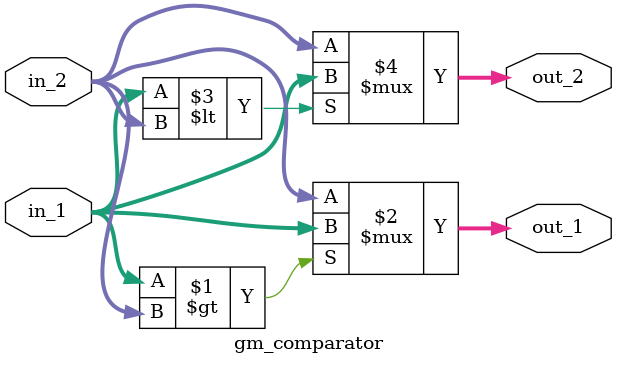
<source format=v>
module gm_comparator(
	input  [6:0] in_1,
	input  [6:0] in_2,
	output [6:0] out_1,
	output [6:0] out_2
	);
assign out_1 = in_1 > in_2 ? in_1 : in_2;
assign out_2 = in_1 < in_2 ? in_1 : in_2;

endmodule
</source>
